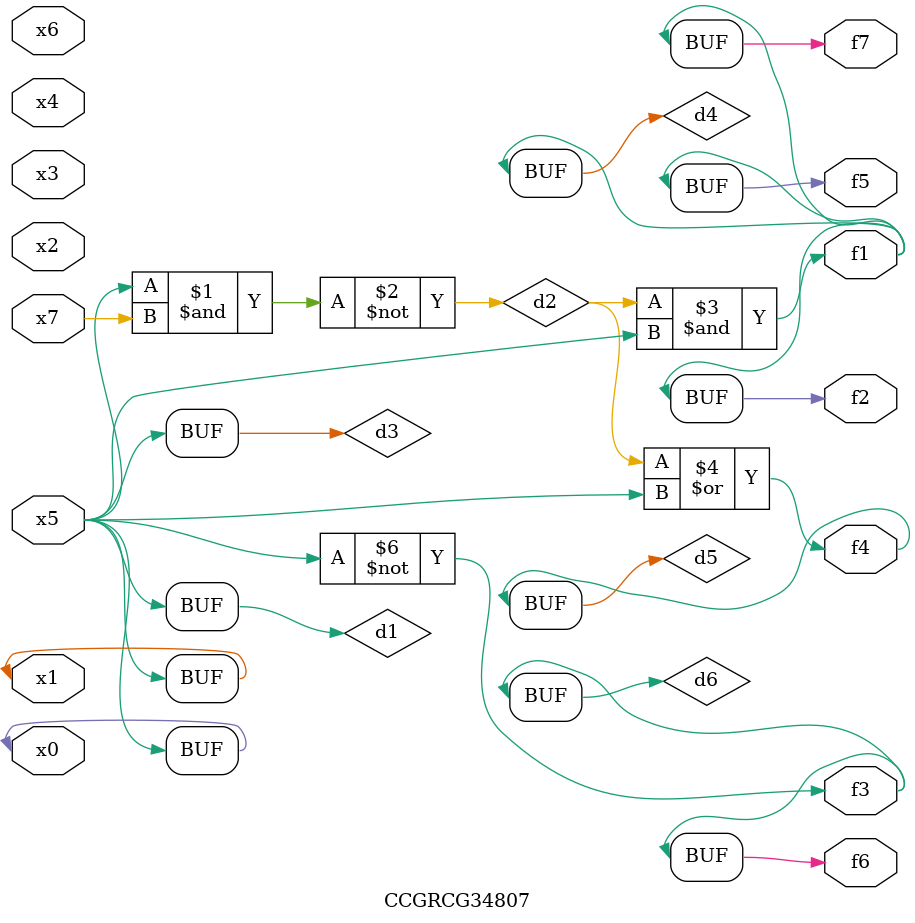
<source format=v>
module CCGRCG34807(
	input x0, x1, x2, x3, x4, x5, x6, x7,
	output f1, f2, f3, f4, f5, f6, f7
);

	wire d1, d2, d3, d4, d5, d6;

	buf (d1, x0, x5);
	nand (d2, x5, x7);
	buf (d3, x0, x1);
	and (d4, d2, d3);
	or (d5, d2, d3);
	nor (d6, d1, d3);
	assign f1 = d4;
	assign f2 = d4;
	assign f3 = d6;
	assign f4 = d5;
	assign f5 = d4;
	assign f6 = d6;
	assign f7 = d4;
endmodule

</source>
